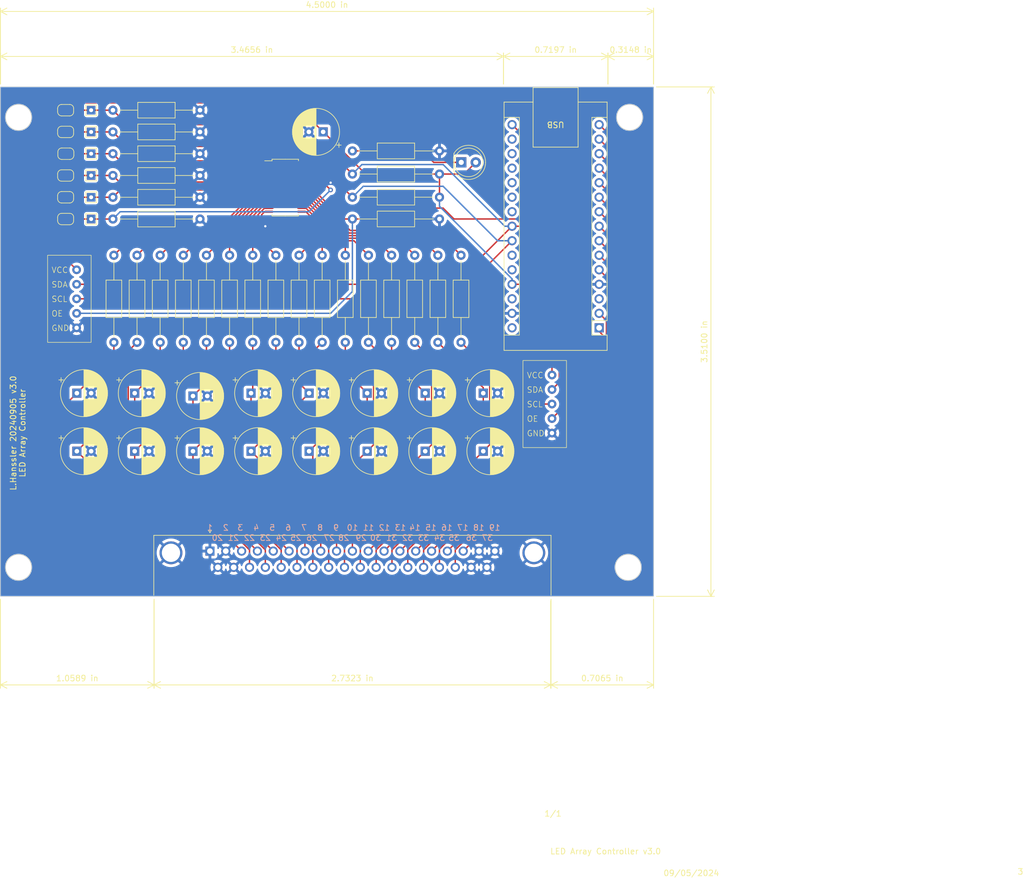
<source format=kicad_pcb>
(kicad_pcb (version 20221018) (generator pcbnew)
  (layers (0 "F.Cu" signal) (31 "B.Cu" signal) (34 "B.Paste" user) (35 "F.Paste" user) (36 "B.SilkS" user "B.Silkscreen") (37 "F.SilkS" user "F.Silkscreen") (38 "B.Mask" user) (39 "F.Mask" user) (44 "Edge.Cuts" user))
  (net 0 "")
  (net 1 "/P0")
  (net 2 "/P12")
  (net 4 "GND")
  (net 5 "/P6")
  (net 6 "/P7")
  (net 7 "/P8")
  (net 8 "/P9")
  (net 9 "/P10")
  (net 10 "/P11")
  (net 11 "/C0")
  (net 12 "/C1")
  (net 13 "/C2")
  (net 14 "/C3")
  (net 15 "/C4")
  (net 16 "/C5")
  (net 23 "/SDA")
  (net 24 "/SCL")
  (net 27 "VCC")
  (net 30 "/P1")
  (net 31 "/P2")
  (net 32 "/P3")
  (net 33 "/P4")
  (net 34 "/P5")
  (net 35 "/C6")
  (net 36 "/C7")
  (net 37 "/C8")
  (net 38 "/C9")
  (net 39 "/C10")
  (net 40 "/C11")
  (net 41 "/C12")
  (net 42 "/C13")
  (net 43 "/C14")
  (net 44 "/C15")
  (net 45 "Net-(U2-LED0)")
  (net 46 "Net-(U2-LED1)")
  (net 47 "Net-(U2-LED2)")
  (net 48 "Net-(U2-LED3)")
  (net 49 "Net-(U2-LED4)")
  (net 50 "Net-(U2-LED5)")
  (net 51 "Net-(U2-LED8)")
  (net 52 "Net-(U2-LED9)")
  (net 53 "Net-(LED1-K)")
  (net 54 "Net-(U2-LED10)")
  (net 55 "/A5")
  (net 56 "/A4")
  (net 57 "/A3")
  (net 58 "/A2")
  (net 59 "/A1")
  (net 60 "/A0")
  (net 61 "Net-(U2-LED11)")
  (net 62 "Net-(U2-LED12)")
  (net 63 "Net-(U2-LED13)")
  (net 64 "Net-(U2-LED14)")
  (net 65 "/OE")
  (net 66 "Net-(U2-LED15)")
  (net 67 "Net-(U2-LED6)")
  (net 68 "Net-(U2-LED7)")
  (footprint "Resistor_THT:R_Axial_DIN0207_L6.3mm_D2.5mm_P15.24mm_Horizontal" (layer "F.Cu") (at 167.358 85.09 -90)
    (fp_text reference "R14" hide)
    (fp_text value "1K")
  )
  (footprint "Capacitor_THT:CP_Radial_D8.0mm_P2.50mm" (layer "F.Cu") (at 154.98 119.38)
    (fp_text reference "C2_11" hide)
    (fp_text value "0.1uF")
  )
  (footprint "Capacitor_THT:CP_Radial_D8.0mm_P2.50mm" (layer "F.Cu") (at 104.18 119.38)
    (fp_text reference "C2_1" hide)
    (fp_text value "0.1uF")
  )
  (footprint "Nano-Driver:Board_Connector" (layer "F.Cu") (at 187.325 111.125)
    (fp_text reference "U_Out1" hide)
    (fp_text value "~" hide)
  )
  (footprint "Capacitor_THT:CP_Radial_D8.0mm_P2.50mm" (layer "F.Cu") (at 114.3 109.22)
    (fp_text reference "C2_2" hide)
    (fp_text value "0.1uF")
  )
  (footprint "Resistor_THT:R_Axial_DIN0207_L6.3mm_D2.5mm_P15.24mm_Horizontal" (layer "F.Cu") (at 163.308 85.09 -90)
    (fp_text reference "R13" hide)
    (fp_text value "1K")
  )
  (footprint "Resistor_THT:R_Axial_DIN0207_L6.3mm_D2.5mm_P15.24mm_Horizontal" (layer "F.Cu") (at 125.73 74.94 180)
    (fp_text reference "RG4" hide)
    (fp_text value "10K")
  )
  (footprint "Resistor_THT:R_Axial_DIN0207_L6.3mm_D2.5mm_P15.24mm_Horizontal" (layer "F.Cu") (at 126.858 85.09 -90)
    (fp_text reference "R4" hide)
    (fp_text value "1K")
  )
  (footprint "Resistor_THT:R_Axial_DIN0207_L6.3mm_D2.5mm_P15.24mm_Horizontal" (layer "F.Cu") (at 152.4 74.93)
    (fp_text reference "R2SCL1" hide)
    (fp_text value "10K")
  )
  (footprint "Resistor_THT:R_Axial_DIN0207_L6.3mm_D2.5mm_P15.24mm_Horizontal" (layer "F.Cu") (at 143.058 85.09 -90)
    (fp_text reference "R8" hide)
    (fp_text value "1K")
  )
  (footprint "Capacitor_THT:CP_Radial_D8.0mm_P2.50mm" (layer "F.Cu") (at 175.3 119.38)
    (fp_text reference "C2_15" hide)
    (fp_text value "0.1uF")
  )
  (footprint "Capacitor_THT:CP_Radial_D8.0mm_P2.50mm" (layer "F.Cu") (at 165.14 109.22)
    (fp_text reference "C2_12" hide)
    (fp_text value "0.1uF")
  )
  (footprint "Resistor_THT:R_Axial_DIN0207_L6.3mm_D2.5mm_P15.24mm_Horizontal" (layer "F.Cu") (at 110.658 85.09 -90)
    (fp_text reference "R0" hide)
    (fp_text value "1K")
  )
  (footprint "Capacitor_THT:CP_Radial_D8.0mm_P2.50mm" (layer "F.Cu") (at 165.14 119.38)
    (fp_text reference "C2_13" hide)
    (fp_text value "0.1uF")
  )
  (footprint "Module:Arduino_Nano" (layer "F.Cu") (at 195.58 97.79 180)
    (fp_text reference "A1" hide)
    (fp_text value "Arduino_Nano_Every")
  )
  (footprint "Resistor_THT:R_Axial_DIN0207_L6.3mm_D2.5mm_P15.24mm_Horizontal" (layer "F.Cu") (at 125.73 59.7 180)
    (fp_text reference "RG0" hide)
    (fp_text value "10K")
  )
  (footprint "Resistor_THT:R_Axial_DIN0207_L6.3mm_D2.5mm_P15.24mm_Horizontal" (layer "F.Cu") (at 159.258 85.09 -90)
    (fp_text reference "R12" hide)
    (fp_text value "1K")
  )
  (footprint "Resistor_THT:R_Axial_DIN0207_L6.3mm_D2.5mm_P15.24mm_Horizontal" (layer "F.Cu") (at 125.73 71.13 180)
    (fp_text reference "RG3" hide)
    (fp_text value "10K")
  )
  (footprint "Resistor_THT:R_Axial_DIN0207_L6.3mm_D2.5mm_P15.24mm_Horizontal" (layer "F.Cu") (at 122.808 85.09 -90)
    (fp_text reference "R3" hide)
    (fp_text value "1K")
  )
  (footprint "Capacitor_THT:CP_Radial_D8.0mm_P2.50mm" (layer "F.Cu") (at 147.28 63.5 180)
    (fp_text reference "C1" hide)
    (fp_text value "10uF")
  )
  (footprint "TestPoint:TestPoint_THTPad_1.5x1.5mm_Drill0.7mm" (layer "F.Cu") (at 106.68 67.32 -90)
    (fp_text reference "TP2" hide)
    (fp_text value "TestPoint" hide)
  )
  (footprint "Capacitor_THT:CP_Radial_D8.0mm_P2.50mm" (layer "F.Cu") (at 144.82 119.38)
    (fp_text reference "C2_9" hide)
    (fp_text value "0.1uF")
  )
  (footprint "Capacitor_THT:CP_Radial_D8.0mm_P2.50mm" (layer "F.Cu") (at 114.3 119.38)
    (fp_text reference "C2_3" hide)
    (fp_text value "0.1uF")
  )
  (footprint "Resistor_THT:R_Axial_DIN0207_L6.3mm_D2.5mm_P15.24mm_Horizontal" (layer "F.Cu") (at 134.958 85.09 -90)
    (fp_text reference "R6" hide)
    (fp_text value "1K")
  )
  (footprint "Jumper:SolderJumper-2_P1.3mm_Open_RoundedPad1.0x1.5mm" (layer "F.Cu") (at 102.22 63.51)
    (fp_text reference "SJ1" hide)
    (fp_text value "SolderJumper_2_Open" hide)
  )
  (footprint "Package_SO:TSSOP-28_4.4x9.7mm_P0.65mm" (layer "F.Cu") (at 140.6475 73.245)
    (fp_text reference "U2" hide)
    (fp_text value "PCA9685PW")
  )
  (footprint "Resistor_THT:R_Axial_DIN0207_L6.3mm_D2.5mm_P15.24mm_Horizontal" (layer "F.Cu") (at 118.758 85.09 -90)
    (fp_text reference "R2" hide)
    (fp_text value "1K")
  )
  (footprint "Jumper:SolderJumper-2_P1.3mm_Open_RoundedPad1.0x1.5mm" (layer "F.Cu") (at 102.22 59.7)
    (fp_text reference "SJ0" hide)
    (fp_text value "SolderJumper_2_Open" hide)
  )
  (footprint "Capacitor_THT:CP_Radial_D8.0mm_P2.50mm" (layer "F.Cu") (at 124.5 119.38)
    (fp_text reference "C2_5" hide)
    (fp_text value "0.1uF")
  )
  (footprint "TestPoint:TestPoint_THTPad_1.5x1.5mm_Drill0.7mm" (layer "F.Cu") (at 106.68 74.94 -90)
    (fp_text reference "TP4" hide)
    (fp_text value "TestPoint" hide)
  )
  (footprint "Capacitor_THT:CP_Radial_D8.0mm_P2.50mm" (layer "F.Cu") (at 124.5 109.72)
    (fp_text reference "C2_4" hide)
    (fp_text value "0.1uF")
  )
  (footprint "Capacitor_THT:CP_Radial_D8.0mm_P2.50mm" (layer "F.Cu") (at 154.98 109.22)
    (fp_text reference "C2_10" hide)
    (fp_text value "0.1uF")
  )
  (footprint "Resistor_THT:R_Axial_DIN0207_L6.3mm_D2.5mm_P15.24mm_Horizontal" (layer "F.Cu") (at 130.908 85.09 -90)
    (fp_text reference "R5" hide)
    (fp_text value "1K")
  )
  (footprint "Resistor_THT:R_Axial_DIN0207_L6.3mm_D2.5mm_P15.24mm_Horizontal" (layer "F.Cu") (at 125.73 67.32 180)
    (fp_text reference "RG2" hide)
    (fp_text value "10K")
  )
  (footprint "TestPoint:TestPoint_THTPad_1.5x1.5mm_Drill0.7mm" (layer "F.Cu") (at 106.68 71.13 -90)
    (fp_text reference "TP3" hide)
    (fp_text value "TestPoint" hide)
  )
  (footprint "Capacitor_THT:CP_Radial_D8.0mm_P2.50mm" (layer "F.Cu") (at 144.82 109.22)
    (fp_text reference "C2_8" hide)
    (fp_text value "0.1uF")
  )
  (footprint "Resistor_THT:R_Axial_DIN0207_L6.3mm_D2.5mm_P15.24mm_Horizontal" (layer "F.Cu") (at 125.73 78.75 180)
    (fp_text reference "RG5" hide)
    (fp_text value "10K")
  )
  (footprint "Resistor_THT:R_Axial_DIN0207_L6.3mm_D2.5mm_P15.24mm_Horizontal" (layer "F.Cu") (at 139.008 85.09 -90)
    (fp_text reference "R7" hide)
    (fp_text value "1K")
  )
  (footprint "Jumper:SolderJumper-2_P1.3mm_Open_RoundedPad1.0x1.5mm" (layer "F.Cu") (at 102.25 67.32)
    (fp_text reference "SJ2" hide)
    (fp_text value "SolderJumper_2_Open" hide)
  )
  (footprint "Connector_Dsub:DSUB-37_Male_Horizontal_P2.77x2.84mm_EdgePinOffset4.94mm_Housed_MountingHolesOffset7.48mm" (layer "F.Cu") (at 127.47 136.86)
    (fp_text reference "J1" hide)
    (fp_text value "DC37_Plug")
  )
  (footprint "Resistor_THT:R_Axial_DIN0207_L6.3mm_D2.5mm_P15.24mm_Horizontal" (layer "F.Cu") (at 114.708 85.09 -90)
    (fp_text reference "R1" hide)
    (fp_text value "1K")
  )
  (footprint "Resistor_THT:R_Axial_DIN0207_L6.3mm_D2.5mm_P15.24mm_Horizontal" (layer "F.Cu") (at 152.4 70.88)
    (fp_text reference "R2SDA1" hide)
    (fp_text value "10K")
  )
  (footprint "LED_THT:LED_D5.0mm" (layer "F.Cu") (at 171.445 68.834)
    (fp_text reference "LED1" hide)
    (fp_text value "LED")
  )
  (footprint "Capacitor_THT:CP_Radial_D8.0mm_P2.50mm" (layer "F.Cu") (at 104.18 109.22)
    (fp_text reference "C2_0" hide)
    (fp_text value "0.1uF")
  )
  (footprint "Resistor_THT:R_Axial_DIN0207_L6.3mm_D2.5mm_P15.24mm_Horizontal" (layer "F.Cu") (at 125.73 63.51 180)
    (fp_text reference "RG1" hide)
    (fp_text value "10K")
  )
  (footprint "Resistor_THT:R_Axial_DIN0207_L6.3mm_D2.5mm_P15.24mm_Horizontal" (layer "F.Cu") (at 152.4 66.83)
    (fp_text reference "RVCC1" hide)
    (fp_text value "470R")
  )
  (footprint "Jumper:SolderJumper-2_P1.3mm_Open_RoundedPad1.0x1.5mm" (layer "F.Cu") (at 102.22 71.13)
    (fp_text reference "SJ3" hide)
    (fp_text value "SolderJumper_2_Open" hide)
  )
  (footprint "Jumper:SolderJumper-2_P1.3mm_Open_RoundedPad1.0x1.5mm" (layer "F.Cu") (at 102.22 74.94)
    (fp_text reference "SJ4" hide)
    (fp_text value "SolderJumper_2_Open" hide)
  )
  (footprint "Resistor_THT:R_Axial_DIN0207_L6.3mm_D2.5mm_P15.24mm_Horizontal" (layer "F.Cu") (at 151.158 85.09 -90)
    (fp_text reference "R10" hide)
    (fp_text value "1K")
  )
  (footprint "TestPoint:TestPoint_THTPad_1.5x1.5mm_Drill0.7mm" (layer "F.Cu") (at 106.68 63.51 -90)
    (fp_text reference "TP1" hide)
    (fp_text value "TestPoint" hide)
  )
  (footprint "Capacitor_THT:CP_Radial_D8.0mm_P2.50mm" (layer "F.Cu") (at 134.66 119.38)
    (fp_text reference "C2_7" hide)
    (fp_text value "0.1uF")
  )
  (footprint "Capacitor_THT:CP_Radial_D8.0mm_P2.50mm" (layer "F.Cu") (at 175.3 109.22)
    (fp_text reference "C2_14" hide)
    (fp_text value "0.1uF")
  )
  (footprint "Nano-Driver:Board_Connector" (layer "F.Cu") (at 104.14 92.71)
    (fp_text reference "U_In1" hide)
    (fp_text value "~" hide)
  )
  (footprint "Capacitor_THT:CP_Radial_D8.0mm_P2.50mm" (layer "F.Cu") (at 134.66 109.22)
    (fp_text reference "C2_6" hide)
    (fp_text value "0.1uF")
  )
  (footprint "TestPoint:TestPoint_THTPad_1.5x1.5mm_Drill0.7mm" (layer "F.Cu") (at 106.68 59.7 -90)
    (fp_text reference "TP0" hide)
    (fp_text value "TestPoint" hide)
  )
  (footprint "Resistor_THT:R_Axial_DIN0207_L6.3mm_D2.5mm_P15.24mm_Horizontal" (layer "F.Cu") (at 171.408 85.09 -90)
    (fp_text reference "R15" hide)
    (fp_text value "1K")
  )
  (footprint "Resistor_THT:R_Axial_DIN0207_L6.3mm_D2.5mm_P15.24mm_Horizontal" (layer "F.Cu") (at 155.208 85.09 -90)
    (fp_text reference "R11" hide)
    (fp_text value "1K")
  )
  (footprint "Jumper:SolderJumper-2_P1.3mm_Open_RoundedPad1.0x1.5mm" (layer "F.Cu") (at 102.22 78.75)
    (fp_text reference "SJ5" hide)
    (fp_text value "SolderJumper_2_Open" hide)
  )
  (footprint "Resistor_THT:R_Axial_DIN0207_L6.3mm_D2.5mm_P15.24mm_Horizontal" (layer "F.Cu") (at 147.108 85.09 -90)
    (fp_text reference "R9" hide)
    (fp_text value "1K")
  )
  (footprint "TestPoint:TestPoint_THTPad_1.5x1.5mm_Drill0.7mm" (layer "F.Cu") (at 106.68 78.75 -90)
    (fp_text reference "TP5" hide)
    (fp_text value "TestPoint" hide)
  )
  (footprint "Resistor_THT:R_Axial_DIN0207_L6.3mm_D2.5mm_P15.24mm_Horizontal" (layer "F.Cu") (at 152.4 78.74)
    (fp_text reference "ROE1" hide)
    (fp_text value "10K")
  )
  (gr_circle (center 200.914 60.96) (end 203.2 60.96) (stroke (width 0.15)) (fill none) (layer "Edge.Cuts"))
  (gr_circle (center 93.98 60.96) (end 96.266 60.96) (stroke (width 0.15)) (fill none) (layer "Edge.Cuts"))
  (gr_circle (center 93.98 139.7) (end 96.266 139.7) (stroke (width 0.15)) (fill none) (layer "Edge.Cuts"))
  (gr_rect (start 90.805 55.626) (end 205.105 144.78) (stroke (width 0.1)) (fill none) (layer "Edge.Cuts"))
  (gr_circle (center 200.66 139.7) (end 202.946 139.7) (stroke (width 0.15)) (fill none) (layer "Edge.Cuts"))
  (gr_text "33" (at 164.846 135.128) (layer "B.SilkS") (effects (font (size 1 1)) (justify bottom mirror)))
  (gr_text "10" (at 152.4 133.35) (layer "B.SilkS") (effects (font (size 1 1)) (justify bottom mirror)))
  (gr_text "8" (at 147.32 133.35) (layer "B.SilkS") (effects (font (size 1 1)) (justify left bottom mirror)))
  (gr_text "14" (at 163.322 133.35) (layer "B.SilkS") (effects (font (size 1 1)) (justify bottom mirror)))
  (gr_text "6" (at 141.732 133.35) (layer "B.SilkS") (effects (font (size 1 1)) (justify left bottom mirror)))
  (gr_text "9" (at 150.114 133.35) (layer "B.SilkS") (effects (font (size 1 1)) (justify left bottom mirror)))
  (gr_text "23" (at 137.16 135.128) (layer "B.SilkS") (effects (font (size 1 1)) (justify bottom mirror)))
  (gr_text "18" (at 174.498 133.35) (layer "B.SilkS") (effects (font (size 1 1)) (justify bottom mirror)))
  (gr_text "15" (at 166.116 133.35) (layer "B.SilkS") (effects (font (size 1 1)) (justify bottom mirror)))
  (gr_text "25" (at 142.494 135.128) (layer "B.SilkS") (effects (font (size 1 1)) (justify bottom mirror)))
  (gr_text "34" (at 167.64 135.128) (layer "B.SilkS") (effects (font (size 1 1)) (justify bottom mirror)))
  (gr_text "1" (at 128.016 133.35) (layer "B.SilkS") (effects (font (size 1 1)) (justify left bottom mirror)))
  (gr_text "21" (at 131.572 135.128) (layer "B.SilkS") (effects (font (size 1 1)) (justify bottom mirror)))
  (gr_text "3" (at 133.35 133.35) (layer "B.SilkS") (effects (font (size 1 1)) (justify left bottom mirror)))
  (gr_text "12" (at 157.988 133.35) (layer "B.SilkS") (effects (font (size 1 1)) (justify bottom mirror)))
  (gr_text "13" (at 160.782 133.35) (layer "B.SilkS") (effects (font (size 1 1)) (justify bottom mirror)))
  (gr_text "24" (at 139.954 135.128) (layer "B.SilkS") (effects (font (size 1 1)) (justify bottom mirror)))
  (gr_text "28" (at 150.876 135.128) (layer "B.SilkS") (effects (font (size 1 1)) (justify bottom mirror)))
  (gr_text "2" (at 130.81 133.35) (layer "B.SilkS") (effects (font (size 1 1)) (justify left bottom mirror)))
  (gr_text "5" (at 138.938 133.35) (layer "B.SilkS") (effects (font (size 1 1)) (justify left bottom mirror)))
  (gr_text "32" (at 162.052 135.128) (layer "B.SilkS") (effects (font (size 1 1)) (justify bottom mirror)))
  (gr_text "17" (at 171.704 133.35) (layer "B.SilkS") (effects (font (size 1 1)) (justify bottom mirror)))
  (gr_text "29" (at 153.924 135.128) (layer "B.SilkS") (effects (font (size 1 1)) (justify bottom mirror)))
  (gr_text "37" (at 176.022 135.128) (layer "B.SilkS") (effects (font (size 1 1)) (justify bottom mirror)))
  (gr_text "26" (at 145.288 135.128) (layer "B.SilkS") (effects (font (size 1 1)) (justify bottom mirror)))
  (gr_text "30" (at 156.464 135.128) (layer "B.SilkS") (effects (font (size 1 1)) (justify bottom mirror)))
  (gr_text "36" (at 173.228 135.128) (layer "B.SilkS") (effects (font (size 1 1)) (justify bottom mirror)))
  (gr_text "4" (at 136.144 133.35) (layer "B.SilkS") (effects (font (size 1 1)) (justify left bottom mirror)))
  (gr_text "27" (at 148.336 135.128) (layer "B.SilkS") (effects (font (size 1 1)) (justify bottom mirror)))
  (gr_text "31" (at 159.258 135.128) (layer "B.SilkS") (effects (font (size 1 1)) (justify bottom mirror)))
  (gr_text "19" (at 177.292 133.35) (layer "B.SilkS") (effects (font (size 1 1)) (justify bottom mirror)))
  (gr_text "7" (at 144.526 133.35) (layer "B.SilkS") (effects (font (size 1 1)) (justify left bottom mirror)))
  (gr_text "16" (at 168.91 133.35) (layer "B.SilkS") (effects (font (size 1 1)) (justify bottom mirror)))
  (gr_text "22" (at 134.366 135.128) (layer "B.SilkS") (effects (font (size 1 1)) (justify bottom mirror)))
  (gr_text "35" (at 170.18 135.128) (layer "B.SilkS") (effects (font (size 1 1)) (justify bottom mirror)))
  (gr_text "20" (at 128.778 135.128) (layer "B.SilkS") (effects (font (size 1 1)) (justify bottom mirror)))
  (gr_text "11" (at 155.194 133.35) (layer "B.SilkS") (effects (font (size 1 1)) (justify bottom mirror)))
  (gr_text "09/05/2024" (at 206.756 193.802) (layer "F.SilkS") (effects (font (size 1 1)) (justify left bottom)))
  (gr_text "1/1" (at 185.928 183.388) (layer "F.SilkS") (effects (font (size 1 1)) (justify left bottom)))
  (gr_text "LED Array Controller v3.0" (at 186.944 189.992) (layer "F.SilkS") (effects (font (size 1 1)) (justify left bottom)))
  (gr_text "L.Hanssler 20240905 v3.0\nLED Array Controller\n" (at 95.25 116.205 90) (layer "F.SilkS") (effects (font (size 1 1)) (justify bottom)))
  (gr_text "3" (at 268.732 193.548) (layer "F.SilkS") (effects (font (size 1 1)) (justify left bottom)))
  (dimension (type aligned) (layer "F.SilkS") (pts (xy 205.105 144.78) (xy 205.105 55.626)) (height 10.033) (gr_text "3.5100 in" (at 213.988 100.203 90) (layer "F.SilkS") (effects (font (size 1 1) (thickness 0.15)))) (format (prefix "") (suffix "") (units 0) (units_format 1) (precision 4)) (style (thickness 0.15) (arrow_length 1.27) (text_position_mode 0) (extension_height 0.58642) (extension_offset 0.5) keep_text_aligned))
  (dimension (type aligned) (layer "F.SilkS") (pts (xy 90.805 55.626) (xy 205.105 55.626)) (height -13.208) (gr_text "4.5000 in" (at 147.955 41.268) (layer "F.SilkS") (effects (font (size 1 1) (thickness 0.15)))) (format (prefix "") (suffix "") (units 0) (units_format 1) (precision 4)) (style (thickness 0.15) (arrow_length 1.27) (text_position_mode 0) (extension_height 0.58642) (extension_offset 0.5) keep_text_aligned))
  (dimension (type aligned) (layer "F.SilkS") (pts (xy 178.83 55.63) (xy 90.805 55.63)) (height 5.337999) (gr_text "3.4656 in" (at 134.8175 49.142001) (layer "F.SilkS") (effects (font (size 1 1) (thickness 0.15)))) (format (prefix "") (suffix "") (units 0) (units_format 1) (precision 4)) (style (thickness 0.15) (arrow_length 1.27) (text_position_mode 0) (extension_height 0.58642) (extension_offset 0.5) keep_text_aligned))
  (dimension (type aligned) (layer "F.SilkS") (pts (xy 90.805 144.78) (xy 117.7 144.78)) (height 15.494) (gr_text "1.0589 in" (at 104.2525 159.124) (layer "F.SilkS") (effects (font (size 1 1) (thickness 0.15)))) (format (prefix "") (suffix "") (units 0) (units_format 1) (precision 4)) (style (thickness 0.15) (arrow_length 1.27) (text_position_mode 0) (extension_height 0.58642) (extension_offset 0.5) keep_text_aligned))
  (dimension (type aligned) (layer "F.SilkS") (pts (xy 205.105 144.78) (xy 187.16 144.78)) (height -15.494) (gr_text "0.7065 in" (at 196.1325 159.124) (layer "F.SilkS") (effects (font (size 1 1) (thickness 0.15)))) (format (prefix "") (suffix "") (units 0) (units_format 1) (precision 4)) (style (thickness 0.15) (arrow_length 1.27) (text_position_mode 0) (extension_height 0.58642) (extension_offset 0.5) keep_text_aligned))
  (dimension (type aligned) (layer "F.SilkS") (pts (xy 187.1 145.04) (xy 117.7 145.04)) (height -15.234) (gr_text "2.7323 in" (at 152.4 159.124) (layer "F.SilkS") (effects (font (size 1 1) (thickness 0.15)))) (format (prefix "") (suffix "") (units 0) (units_format 1) (precision 4)) (style (thickness 0.15) (arrow_length 1.27) (text_position_mode 0) (extension_height 0.58642) (extension_offset 0.5) keep_text_aligned))
  (dimension (type aligned) (layer "F.SilkS") (pts (xy 197.11 55.626) (xy 178.83 55.626)) (height 5.333999) (gr_text "0.7197 in" (at 187.97 49.142001) (layer "F.SilkS") (effects (font (size 1 1) (thickness 0.15)))) (format (prefix "") (suffix "") (units 0) (units_format 1) (precision 4)) (style (thickness 0.15) (arrow_length 1.27) (text_position_mode 0) (extension_height 0.58642) (extension_offset 0.5) keep_text_aligned))
  (dimension (type aligned) (layer "F.SilkS") (pts (xy 205.105 55.626) (xy 197.11 55.626)) (height 5.333999) (gr_text "0.3148 in" (at 201.1075 49.142001) (layer "F.SilkS") (effects (font (size 1 1) (thickness 0.15)))) (format (prefix "") (suffix "") (units 0) (units_format 1) (precision 4)) (style (thickness 0.15) (arrow_length 1.27) (text_position_mode 0) (extension_height 0.58642) (extension_offset 0.5) keep_text_aligned))
  (segment (start 166.75 125.28) (end 155.17 136.86) (width 0.25) (layer "F.Cu") (net 1))
  (segment (start 196.215 113.295855) (end 184.230855 125.28) (width 0.25) (layer "F.Cu") (net 1))
  (segment (start 195.58 97.79) (end 195.58 98.425) (width 0.25) (layer "F.Cu") (net 1))
  (segment (start 184.230855 125.28) (end 166.75 125.28) (width 0.25) (layer "F.Cu") (net 1))
  (segment (start 195.58 98.425) (end 196.215 99.06) (width 0.25) (layer "F.Cu") (net 1))
  (segment (start 196.215 99.06) (end 196.215 113.295855) (width 0.25) (layer "F.Cu") (net 1))
  (segment (start 195.58 62.23) (end 203.835 70.485) (width 0.25) (layer "F.Cu") (net 2))
  (segment (start 203.835 113.312607) (end 186.467607 130.68) (width 0.25) (layer "F.Cu") (net 2))
  (segment (start 171.79 136.86) (end 177.97 130.68) (width 0.25) (layer "F.Cu") (net 2))
  (segment (start 203.835 70.485) (end 203.835 113.312607) (width 0.25) (layer "F.Cu") (net 2))
  (segment (start 177.97 130.68) (end 186.467607 130.68) (width 0.25) (layer "F.Cu") (net 2))
  (segment (start 136.525 77.978897) (end 136.525 79.375) (width 0.25) (layer "F.Cu") (net 4))
  (segment (start 147.17 70.97) (end 148.59 72.39) (width 0.25) (layer "F.Cu") (net 4))
  (segment (start 137.033897 77.47) (end 136.525 77.978897) (width 0.25) (layer "F.Cu") (net 4))
  (segment (start 137.785 77.47) (end 137.033897 77.47) (width 0.25) (layer "F.Cu") (net 4))
  (segment (start 136.525 79.375) (end 137.16 80.01) (width 0.25) (layer "F.Cu") (net 4))
  (segment (start 143.51 70.97) (end 147.17 70.97) (width 0.25) (layer "F.Cu") (net 4))
  (via (at 148.59 72.39) (size 0.8) (drill 0.4) (layers "F.Cu" "B.Cu") (net 4))
  (via (at 137.16 80.01) (size 0.8) (drill 0.4) (layers "F.Cu" "B.Cu") (net 4))
  (segment (start 200.025 81.915) (end 200.025 113.304231) (width 0.25) (layer "F.Cu") (net 5))
  (segment (start 200.025 113.304231) (end 185.557116 127.772116) (width 0.25) (layer "F.Cu") (net 5))
  (segment (start 185.557116 127.772116) (end 185.349231 127.98) (width 0.25) (layer "F.Cu") (net 5))
  (segment (start 195.58 77.47) (end 200.025 81.915) (width 0.25) (layer "F.Cu") (net 5))
  (segment (start 163.48 136.86) (end 172.36 127.98) (width 0.25) (layer "F.Cu") (net 5))
  (segment (start 172.36 127.98) (end 185.349232 127.98) (width 0.25) (layer "F.Cu") (net 5))
  (segment (start 185.349232 127.98) (end 185.557116 127.772116) (width 0.25) (layer "F.Cu") (net 5))
  (segment (start 185.557814 128.407814) (end 200.66 113.305627) (width 0.25) (layer "F.Cu") (net 6))
  (segment (start 185.535627 128.43) (end 185.557814 128.407814) (width 0.25) (layer "F.Cu") (net 6))
  (segment (start 173.089009 128.43) (end 164.865 136.654009) (width 0.25) (layer "F.Cu") (net 6))
  (segment (start 164.865 136.654009) (end 164.865 139.7) (width 0.25) (layer "F.Cu") (net 6))
  (segment (start 200.66 113.305627) (end 200.66 80.01) (width 0.25) (layer "F.Cu") (net 6))
  (segment (start 185.535628 128.43) (end 173.089009 128.43) (width 0.25) (layer "F.Cu") (net 6))
  (segment (start 200.66 80.01) (end 195.58 74.93) (width 0.25) (layer "F.Cu") (net 6))
  (segment (start 185.557814 128.407814) (end 185.535628 128.43) (width 0.25) (layer "F.Cu") (net 6))
  (segment (start 201.295 78.105) (end 201.295 113.307023) (width 0.25) (layer "F.Cu") (net 7))
  (segment (start 201.295 113.307023) (end 185.722023 128.88) (width 0.25) (layer "F.Cu") (net 7))
  (segment (start 166.25 136.86) (end 174.23 128.88) (width 0.25) (layer "F.Cu") (net 7))
  (segment (start 174.23 128.88) (end 185.722023 128.88) (width 0.25) (layer "F.Cu") (net 7))
  (segment (start 195.58 72.39) (end 201.295 78.105) (width 0.25) (layer "F.Cu") (net 7))
  (segment (start 201.93 76.2) (end 195.58 69.85) (width 0.25) (layer "F.Cu") (net 8))
  (segment (start 174.835 129.33) (end 185.908419 129.33) (width 0.25) (layer "F.Cu") (net 8))
  (segment (start 167.635 136.53) (end 174.835 129.33) (width 0.25) (layer "F.Cu") (net 8))
  (segment (start 201.93 113.308419) (end 201.93 76.2) (width 0.25) (layer "F.Cu") (net 8))
  (segment (start 167.635 139.7) (end 167.635 136.53) (width 0.25) (layer "F.Cu") (net 8))
  (segment (start 185.908419 129.33) (end 201.93 113.308419) (width 0.25) (layer "F.Cu") (net 8))
  (segment (start 176.1 129.78) (end 186.094816 129.78) (width 0.25) (layer "F.Cu") (net 9))
  (segment (start 169.02 136.86) (end 176.1 129.78) (width 0.25) (layer "F.Cu") (net 9))
  (segment (start 195.58 67.31) (end 202.565 74.295) (width 0.25) (layer "F.Cu") (net 9))
  (segment (start 186.194908 129.679908) (end 186.094815 129.78) (width 0.25) (layer "F.Cu") (net 9))
  (segment (start 186.094816 129.78) (end 186.194908 129.679908) (width 0.25) (layer "F.Cu") (net 9))
  (segment (start 202.565 113.309815) (end 186.194908 129.679908) (width 0.25) (layer "F.Cu") (net 9))
  (segment (start 202.565 74.295) (end 202.565 113.309815) (width 0.25) (layer "F.Cu") (net 9))
  (segment (start 186.281211 130.23) (end 203.2 113.311211) (width 0.25) (layer "F.Cu") (net 10))
  (segment (start 170.405 139.7) (end 170.405 136.654009) (width 0.25) (layer "F.Cu") (net 10))
  (segment (start 170.405 136.654009) (end 176.829009 130.23) (width 0.25) (layer "F.Cu") (net 10))
  (segment (start 176.829009 130.23) (end 186.281212 130.23) (width 0.25) (layer "F.Cu") (net 10))
  (segment (start 203.2 113.311211) (end 203.2 72.39) (width 0.25) (layer "F.Cu") (net 10))
  (segment (start 203.2 72.39) (end 195.58 64.77) (width 0.25) (layer "F.Cu") (net 10))
  (segment (start 101.6 120.65) (end 114.3 133.35) (width 0.25) (layer "F.Cu") (net 11))
  (segment (start 110.658 102.742) (end 104.18 109.22) (width 0.25) (layer "F.Cu") (net 11))
  (segment (start 110.658 100.33) (end 110.658 102.742) (width 0.25) (layer "F.Cu") (net 11))
  (segment (start 101.6 111.8) (end 101.6 120.65) (width 0.25) (layer "F.Cu") (net 11))
  (segment (start 129.5 133.35) (end 133.01 136.86) (width 0.25) (layer "F.Cu") (net 11))
  (segment (start 114.3 133.35) (end 129.5 133.35) (width 0.25) (layer "F.Cu") (net 11))
  (segment (start 104.18 109.22) (end 101.6 111.8) (width 0.25) (layer "F.Cu") (net 11))
  (segment (start 117.7 132.9) (end 130.640991 132.9) (width 0.25) (layer "F.Cu") (net 12))
  (segment (start 113.175 110.385) (end 104.18 119.38) (width 0.25) (layer "F.Cu") (net 12))
  (segment (start 134.395 136.654009) (end 134.395 139.7) (width 0.25) (layer "F.Cu") (net 12))
  (segment (start 130.640991 132.9) (end 134.395 136.654009) (width 0.25) (layer "F.Cu") (net 12))
  (segment (start 113.175 101.863) (end 113.175 110.385) (width 0.25) (layer "F.Cu") (net 12))
  (segment (start 104.18 119.38) (end 117.7 132.9) (width 0.25) (layer "F.Cu") (net 12))
  (segment (start 114.708 100.33) (end 113.175 101.863) (width 0.25) (layer "F.Cu") (net 12))
  (segment (start 118.758 104.762) (end 114.3 109.22) (width 0.25) (layer "F.Cu") (net 13))
  (segment (start 114.3 116.84) (end 111.76 119.38) (width 0.25) (layer "F.Cu") (net 13))
  (segment (start 111.76 119.38) (end 111.76 124.46) (width 0.25) (layer "F.Cu") (net 13))
  (segment (start 131.37 132.45) (end 135.78 136.86) (width 0.25) (layer "F.Cu") (net 13))
  (segment (start 118.758 100.33) (end 118.758 104.762) (width 0.25) (layer "F.Cu") (net 13))
  (segment (start 119.75 132.45) (end 131.37 132.45) (width 0.25) (layer "F.Cu") (net 13))
  (segment (start 111.76 124.46) (end 119.75 132.45) (width 0.25) (layer "F.Cu") (net 13))
  (segment (start 114.3 109.22) (end 114.3 116.84) (width 0.25) (layer "F.Cu") (net 13))
  (segment (start 114.3 124.38) (end 121.92 132) (width 0.25) (layer "F.Cu") (net 14))
  (segment (start 137.165 136.654009) (end 137.165 139.7) (width 0.25) (layer "F.Cu") (net 14))
  (segment (start 114.3 119.38) (end 114.3 124.38) (width 0.25) (layer "F.Cu") (net 14))
  (segment (start 122.808 100.33) (end 122.808 110.872) (width 0.25) (layer "F.Cu") (net 14))
  (segment (start 121.92 132) (end 132.510991 132) (width 0.25) (layer "F.Cu") (net 14))
  (segment (start 122.808 110.872) (end 114.3 119.38) (width 0.25) (layer "F.Cu") (net 14))
  (segment (start 132.510991 132) (end 137.165 136.654009) (width 0.25) (layer "F.Cu") (net 14))
  (segment (start 126.858 107.362) (end 124.5 109.72) (width 0.25) (layer "F.Cu") (net 15))
  (segment (start 124.5 109.72) (end 124.5 116.8) (width 0.25) (layer "F.Cu") (net 15))
  (segment (start 133.24 131.55) (end 138.55 136.86) (width 0.25) (layer "F.Cu") (net 15))
  (segment (start 126.858 100.33) (end 126.858 107.362) (width 0.25) (layer "F.Cu") (net 15))
  (segment (start 123.93 131.55) (end 133.24 131.55) (width 0.25) (layer "F.Cu") (net 15))
  (segment (start 124.5 116.8) (end 121.92 119.38) (width 0.25) (layer "F.Cu") (net 15))
  (segment (start 121.92 129.54) (end 123.93 131.55) (width 0.25) (layer "F.Cu") (net 15))
  (segment (start 121.92 119.38) (end 121.92 129.54) (width 0.25) (layer "F.Cu") (net 15))
  (segment (start 127.29 131.1) (end 134.380991 131.1) (width 0.25) (layer "F.Cu") (net 16))
  (segment (start 130.908 112.972) (end 124.5 119.38) (width 0.25) (layer "F.Cu") (net 16))
  (segment (start 139.935 136.654009) (end 139.935 139.7) (width 0.25) (layer "F.Cu") (net 16))
  (segment (start 124.5 119.38) (end 124.5 128.31) (width 0.25) (layer "F.Cu") (net 16))
  (segment (start 134.380991 131.1) (end 139.935 136.654009) (width 0.25) (layer "F.Cu") (net 16))
  (segment (start 124.5 128.31) (end 127.29 131.1) (width 0.25) (layer "F.Cu") (net 16))
  (segment (start 130.908 100.33) (end 130.908 112.972) (width 0.25) (layer "F.Cu") (net 16))
  (segment (start 182.245 80.01) (end 188.595 86.36) (width 0.25) (layer "F.Cu") (net 23))
  (segment (start 180.34 80.01) (end 170.18 90.17) (width 0.25) (layer "F.Cu") (net 23))
  (segment (start 188.595 86.36) (end 188.595 107.315) (width 0.25) (layer "F.Cu") (net 23))
  (segment (start 170.18 90.17) (end 104.14 90.17) (width 0.25) (layer "F.Cu") (net 23))
  (segment (start 143.51 69.67) (end 151.19 69.67) (width 0.25) (layer "F.Cu") (net 23))
  (segment (start 180.34 80.01) (end 182.245 80.01) (width 0.25) (layer "F.Cu") (net 23))
  (segment (start 151.19 69.67) (end 152.4 70.88) (width 0.25) (layer "F.Cu") (net 23))
  (segment (start 188.595 107.315) (end 187.325 108.585) (width 0.25) (layer "F.Cu") (net 23))
  (segment (start 154.065 69.215) (end 168.275 69.215) (width 0.25) (layer "B.Cu") (net 23))
  (segment (start 168.275 69.215) (end 179.07 80.01) (width 0.25) (layer "B.Cu") (net 23))
  (segment (start 179.07 80.01) (end 180.34 80.01) (width 0.25) (layer "B.Cu") (net 23))
  (segment (start 152.4 70.88) (end 154.065 69.215) (width 0.25) (layer "B.Cu") (net 23))
  (segment (start 147.79 70.32) (end 152.4 74.93) (width 0.25) (layer "F.Cu") (net 24))
  (segment (start 170.18 92.71) (end 173.355 92.71) (width 0.25) (layer "F.Cu") (net 24))
  (segment (start 143.51 70.32) (end 147.79 70.32) (width 0.25) (layer "F.Cu") (net 24))
  (segment (start 177.8 97.155) (end 177.8 102.87) (width 0.25) (layer "F.Cu") (net 24))
  (segment (start 170.18 92.71) (end 180.34 82.55) (width 0.25) (layer "F.Cu") (net 24))
  (segment (start 186.055 111.125) (end 187.325 111.125) (width 0.25) (layer "F.Cu") (net 24))
  (segment (start 104.14 92.71) (end 170.18 92.71) (width 0.25) (layer "F.Cu") (net 24))
  (segment (start 173.355 92.71) (end 177.8 97.155) (width 0.25) (layer "F.Cu") (net 24))
  (segment (start 177.8 102.87) (end 186.055 111.125) (width 0.25) (layer "F.Cu") (net 24))
  (segment (start 154.305 73.025) (end 152.4 74.93) (width 0.25) (layer "B.Cu") (net 24))
  (segment (start 168.275 73.025) (end 154.305 73.025) (width 0.25) (layer "B.Cu") (net 24))
  (segment (start 168.275 73.025) (end 177.8 82.55) (width 0.25) (layer "B.Cu") (net 24))
  (segment (start 180.34 82.55) (end 177.8 82.55) (width 0.25) (layer "B.Cu") (net 24))
  (segment (start 180.34 90.17) (end 182.245 90.17) (width 0.25) (layer "F.Cu") (net 27))
  (segment (start 101.57 59.7) (end 101.57 58.95) (width 0.25) (layer "F.Cu") (net 27))
  (segment (start 187.325 95.25) (end 187.325 106.045) (width 0.25) (layer "F.Cu") (net 27))
  (segment (start 101.57 74.94) (end 101.57 71.13) (width 0.25) (layer "F.Cu") (net 27))
  (segment (start 167.64 70.88) (end 154.7 70.88) (width 0.25) (layer "F.Cu") (net 27))
  (segment (start 101.57 67.29) (end 101.6 67.32) (width 0.25) (layer "F.Cu") (net 27))
  (segment (start 101.6 63.54) (end 101.57 63.51) (width 0.25) (layer "F.Cu") (net 27))
  (segment (start 142.2 58.42) (end 147.28 63.5) (width 0.25) (layer "F.Cu") (net 27))
  (segment (start 101.57 71.13) (end 101.57 67.35) (width 0.25) (layer "F.Cu") (net 27))
  (segment (start 152.84 69.02) (end 143.51 69.02) (width 0.25) (layer "F.Cu") (net 27))
  (segment (start 102.1 58.42) (end 142.2 58.42) (width 0.25) (layer "F.Cu") (net 27))
  (segment (start 147.32 63.5) (end 152.84 69.02) (width 0.25) (layer "F.Cu") (net 27))
  (segment (start 101.57 58.95) (end 102.1 58.42) (width 0.25) (layer "F.Cu") (net 27))
  (segment (start 147.28 63.5) (end 147.32 63.5) (width 0.25) (layer "F.Cu") (net 27))
  (segment (start 182.245 90.17) (end 187.325 95.25) (width 0.25) (layer "F.Cu") (net 27))
  (segment (start 171.939 70.88) (end 173.985 68.834) (width 0.25) (layer "F.Cu") (net 27))
  (segment (start 101.57 67.35) (end 101.6 67.32) (width 0.25) (layer "F.Cu") (net 27))
  (segment (start 101.6 67.32) (end 101.6 63.54) (width 0.25) (layer "F.Cu") (net 27))
  (segment (start 101.57 78.75) (end 101.57 74.94) (width 0.25) (layer "F.Cu") (net 27))
  (segment (start 167.64 70.88) (end 167.64 74.93) (width 0.25) (layer "F.Cu") (net 27))
  (segment (start 101.57 63.51) (end 101.57 59.7) (width 0.25) (layer "F.Cu") (net 27))
  (segment (start 154.7 70.88) (end 152.84 69.02) (width 0.25) (layer "F.Cu") (net 27))
  (segment (start 101.57 78.75) (end 101.57 85.06) (width 0.25) (layer "F.Cu") (net 27))
  (segment (start 101.57 85.06) (end 104.14 87.63) (width 0.25) (layer "F.Cu") (net 27))
  (segment (start 101.6 71.1) (end 101.57 71.13) (width 0.25) (layer "F.Cu") (net 27))
  (segment (start 167.64 70.88) (end 171.939 70.88) (width 0.25) (layer "F.Cu") (net 27))
  (segment (start 167.64 74.93) (end 167.64 76.520991) (width 0.25) (layer "B.Cu") (net 27))
  (segment (start 167.64 76.520991) (end 180.34 89.220991) (width 0.25) (layer "B.Cu") (net 27))
  (segment (start 180.34 89.220991) (end 180.34 90.17) (width 0.25) (layer "B.Cu") (net 27))
  (segment (start 167.479009 125.73) (end 184.417251 125.73) (width 0.25) (layer "F.Cu") (net 30))
  (segment (start 184.417251 125.73) (end 196.85 113.297251) (width 0.25) (layer "F.Cu") (net 30))
  (segment (start 196.85 113.297251) (end 196.85 96.52) (width 0.25) (layer "F.Cu") (net 30))
  (segment (start 156.555 139.7) (end 156.555 136.654009) (width 0.25) (layer "F.Cu") (net 30))
  (segment (start 156.555 136.654009) (end 167.479009 125.73) (width 0.25) (layer "F.Cu") (net 30))
  (segment (start 196.85 96.52) (end 195.58 95.25) (width 0.25) (layer "F.Cu") (net 30))
  (segment (start 197.485 113.298647) (end 184.603647 126.18) (width 0.25) (layer "F.Cu") (net 31))
  (segment (start 195.58 87.63) (end 197.485 89.535) (width 0.25) (layer "F.Cu") (net 31))
  (segment (start 197.485 89.535) (end 197.485 113.298647) (width 0.25) (layer "F.Cu") (net 31))
  (segment (start 184.603647 126.18) (end 168.62 126.18) (width 0.25) (layer "F.Cu") (net 31))
  (segment (start 168.62 126.18) (end 157.94 136.86) (width 0.25) (layer "F.Cu") (net 31))
  (segment (start 159.325 139.7) (end 159.325 136.654009) (width 0.25) (layer "F.Cu") (net 32))
  (segment (start 184.790043 126.63) (end 198.12 113.300043) (width 0.25) (layer "F.Cu") (net 32))
  (segment (start 169.349009 126.63) (end 184.790043 126.63) (width 0.25) (layer "F.Cu") (net 32))
  (segment (start 198.12 113.300043) (end 198.12 87.63) (width 0.25) (layer "F.Cu") (net 32))
  (segment (start 159.325 136.654009) (end 169.349009 126.63) (width 0.25) (layer "F.Cu") (net 32))
  (segment (start 198.12 87.63) (end 195.58 85.09) (width 0.25) (layer "F.Cu") (net 32))
  (segment (start 160.71 136.86) (end 170.49 127.08) (width 0.25) (layer "F.Cu") (net 33))
  (segment (start 198.755 85.725) (end 195.58 82.55) (width 0.25) (layer "F.Cu") (net 33))
  (segment (start 198.755 113.301439) (end 198.755 85.725) (width 0.25) (layer "F.Cu") (net 33))
  (segment (start 170.49 127.08) (end 184.976439 127.08) (width 0.25) (layer "F.Cu") (net 33))
  (segment (start 184.976439 127.08) (end 198.755 113.301439) (width 0.25) (layer "F.Cu") (net 33))
  (segment (start 185.162835 127.53) (end 199.39 113.302835) (width 0.25) (layer "F.Cu") (net 34))
  (segment (start 162.095 136.654009) (end 171.219009 127.53) (width 0.25) (layer "F.Cu") (net 34))
  (segment (start 199.39 113.302835) (end 199.39 83.82) (width 0.25) (layer "F.Cu") (net 34))
  (segment (start 199.39 83.82) (end 195.58 80.01) (width 0.25) (layer "F.Cu") (net 34))
  (segment (start 171.219009 127.53) (end 185.162835 127.53) (width 0.25) (layer "F.Cu") (net 34))
  (segment (start 162.095 139.7) (end 162.095 136.654009) (width 0.25) (layer "F.Cu") (net 34))
  (segment (start 134.958 108.922) (end 134.66 109.22) (width 0.25) (layer "F.Cu") (net 35))
  (segment (start 132.08 127.62) (end 141.32 136.86) (width 0.25) (layer "F.Cu") (net 35))
  (segment (start 134.66 109.22) (end 134.66 116.8) (width 0.25) (layer "F.Cu") (net 35))
  (segment (start 132.08 119.38) (end 132.08 127.62) (width 0.25) (layer "F.Cu") (net 35))
  (segment (start 134.958 100.33) (end 134.958 108.922) (width 0.25) (layer "F.Cu") (net 35))
  (segment (start 134.66 116.8) (end 132.08 119.38) (width 0.25) (layer "F.Cu") (net 35))
  (segment (start 139.008 115.032) (end 134.66 119.38) (width 0.25) (layer "F.Cu") (net 36))
  (segment (start 134.66 119.38) (end 142.705 127.425) (width 0.25) (layer "F.Cu") (net 36))
  (segment (start 142.705 127.425) (end 142.705 139.7) (width 0.25) (layer "F.Cu") (net 36))
  (segment (start 139.008 100.33) (end 139.008 115.032) (width 0.25) (layer "F.Cu") (net 36))
  (segment (start 143.058 107.458) (end 144.82 109.22) (width 0.25) (layer "F.Cu") (net 37))
  (segment (start 144.09 126.31) (end 144.09 136.86) (width 0.25) (layer "F.Cu") (net 37))
  (segment (start 142.24 124.46) (end 144.09 126.31) (width 0.25) (layer "F.Cu") (net 37))
  (segment (start 143.058 100.33) (end 143.058 107.458) (width 0.25) (layer "F.Cu") (net 37))
  (segment (start 143.695 110.345) (end 143.695 117.925) (width 0.25) (layer "F.Cu") (net 37))
  (segment (start 143.695 117.925) (end 142.24 119.38) (width 0.25) (layer "F.Cu") (net 37))
  (segment (start 142.24 119.38) (end 142.24 124.46) (width 0.25) (layer "F.Cu") (net 37))
  (segment (start 144.82 109.22) (end 143.695 110.345) (width 0.25) (layer "F.Cu") (net 37))
  (segment (start 144.82 119.38) (end 145.475 120.035) (width 0.25) (layer "F.Cu") (net 38))
  (segment (start 146.195 101.243) (end 146.195 118.005) (width 0.25) (layer "F.Cu") (net 38))
  (segment (start 147.108 100.33) (end 146.195 101.243) (width 0.25) (layer "F.Cu") (net 38))
  (segment (start 145.475 120.035) (end 145.475 139.7) (width 0.25) (layer "F.Cu") (net 38))
  (segment (start 146.195 118.005) (end 144.82 119.38) (width 0.25) (layer "F.Cu") (net 38))
  (segment (start 151.158 105.398) (end 154.98 109.22) (width 0.25) (layer "F.Cu") (net 39))
  (segment (start 151.158 100.33) (end 151.158 105.398) (width 0.25) (layer "F.Cu") (net 39))
  (segment (start 154.98 116.8) (end 146.86 124.92) (width 0.25) (layer "F.Cu") (net 39))
  (segment (start 154.98 109.22) (end 154.98 116.8) (width 0.25) (layer "F.Cu") (net 39))
  (segment (start 146.86 124.92) (end 146.86 136.86) (width 0.25) (layer "F.Cu") (net 39))
  (segment (start 148.245 126.075) (end 148.245 139.7) (width 0.25) (layer "F.Cu") (net 40))
  (segment (start 156.105 101.227) (end 156.105 118.255) (width 0.25) (layer "F.Cu") (net 40))
  (segment (start 154.98 119.38) (end 154.94 119.38) (width 0.25) (layer "F.Cu") (net 40))
  (segment (start 155.208 100.33) (end 156.105 101.227) (width 0.25) (layer "F.Cu") (net 40))
  (segment (start 156.105 118.255) (end 154.98 119.38) (width 0.25) (layer "F.Cu") (net 40))
  (segment (start 154.94 119.38) (end 148.245 126.075) (width 0.25) (layer "F.Cu") (net 40))
  (segment (start 159.258 100.33) (end 159.258 103.338) (width 0.25) (layer "F.Cu") (net 41))
  (segment (start 165.14 109.22) (end 165.14 116.8) (width 0.25) (layer "F.Cu") (net 41))
  (segment (start 165.14 116.8) (end 149.63 132.31) (width 0.25) (layer "F.Cu") (net 41))
  (segment (start 159.258 103.338) (end 165.14 109.22) (width 0.25) (layer "F.Cu") (net 41))
  (segment (start 149.63 132.31) (end 149.63 136.86) (width 0.25) (layer "F.Cu") (net 41))
  (segment (start 165.1 119.38) (end 151.015 133.465) (width 0.25) (layer "F.Cu") (net 42))
  (segment (start 163.308 100.33) (end 166.265 103.287) (width 0.25) (layer "F.Cu") (net 42))
  (segment (start 166.265 118.255) (end 165.14 119.38) (width 0.25) (layer "F.Cu") (net 42))
  (segment (start 165.14 119.38) (end 165.1 119.38) (width 0.25) (layer "F.Cu") (net 42))
  (segment (start 166.265 103.287) (end 166.265 118.255) (width 0.25) (layer "F.Cu") (net 42))
  (segment (start 151.015 133.465) (end 151.015 139.7) (width 0.25) (layer "F.Cu") (net 42))
  (segment (start 175.3 109.22) (end 175.3 116.8) (width 0.25) (layer "F.Cu") (net 43))
  (segment (start 175.3 116.8) (end 170.18 121.92) (width 0.25) (layer "F.Cu") (net 43))
  (segment (start 170.18 121.92) (end 165.1 121.92) (width 0.25) (layer "F.Cu") (net 43))
  (segment (start 165.1 121.92) (end 152.4 134.62) (width 0.25) (layer "F.Cu") (net 43))
  (segment (start 175.3 108.272) (end 175.3 109.22) (width 0.25) (layer "F.Cu") (net 43))
  (segment (start 152.4 134.62) (end 152.4 136.86) (width 0.25) (layer "F.Cu") (net 43))
  (segment (start 167.358 100.33) (end 175.3 108.272) (width 0.25) (layer "F.Cu") (net 43))
  (segment (start 176.425 105.347) (end 176.425 118.255) (width 0.25) (layer "F.Cu") (net 44))
  (segment (start 153.785 135.775) (end 153.785 139.7) (width 0.25) (layer "F.Cu") (net 44))
  (segment (start 171.49 123.19) (end 166.37 123.19) (width 0.25) (layer "F.Cu") (net 44))
  (segment (start 171.408 100.33) (end 176.425 105.347) (width 0.25) (layer "F.Cu") (net 44))
  (segment (start 176.425 118.255) (end 175.3 119.38) (width 0.25) (layer "F.Cu") (net 44))
  (segment (start 175.3 119.38) (end 171.49 123.19) (width 0.25) (layer "F.Cu") (net 44))
  (segment (start 166.37 123.19) (end 153.785 135.775) (width 0.25) (layer "F.Cu") (net 44))
  (segment (start 137.785 72.27) (end 137.047501 72.27) (width 0.25) (layer "F.Cu") (net 45))
  (segment (start 135.800958 73.516543) (end 135.800958 73.570959) (width 0.25) (layer "F.Cu") (net 45))
  (segment (start 128.171917 81.2) (end 114.548 81.2) (width 0.25) (layer "F.Cu") (net 45))
  (segment (start 135.800958 73.570959) (end 128.171917 81.2) (width 0.25) (layer "F.Cu") (net 45))
  (segment (start 114.548 81.2) (end 110.658 85.09) (width 0.25) (layer "F.Cu") (net 45))
  (segment (start 137.047501 72.27) (end 135.800958 73.516543) (width 0.25) (layer "F.Cu") (net 45))
  (segment (start 137.088313 72.92) (end 128.358313 81.65) (width 0.25) (layer "F.Cu") (net 46))
  (segment (start 137.785 72.92) (end 137.088313 72.92) (width 0.25) (layer "F.Cu") (net 46))
  (segment (start 118.148 81.65) (end 114.708 85.09) (width 0.25) (layer "F.Cu") (net 46))
  (segment (start 128.358313 81.65) (end 118.148 81.65) (width 0.25) (layer "F.Cu") (net 46))
  (segment (start 137.074709 73.57) (end 128.544709 82.1) (width 0.25) (layer "F.Cu") (net 47))
  (segment (start 121.748 82.1) (end 118.758 85.09) (width 0.25) (layer "F.Cu") (net 47))
  (segment (start 137.785 73.57) (end 137.074709 73.57) (width 0.25) (layer "F.Cu") (net 47))
  (segment (start 128.544709 82.1) (end 121.748 82.1) (width 0.25) (layer "F.Cu") (net 47))
  (segment (start 137.785 74.22) (end 137.061105 74.22) (width 0.25) (layer "F.Cu") (net 48))
  (segment (start 128.731105 82.55) (end 125.348 82.55) (width 0.25) (layer "F.Cu") (net 48))
  (segment (start 125.348 82.55) (end 122.808 85.09) (width 0.25) (layer "F.Cu") (net 48))
  (segment (start 137.061105 74.22) (end 128.731105 82.55) (width 0.25) (layer "F.Cu") (net 48))
  (segment (start 137.047501 74.87) (end 126.858 85.059501) (width 0.25) (layer "F.Cu") (net 49))
  (segment (start 137.785 74.87) (end 137.047501 74.87) (width 0.25) (layer "F.Cu") (net 49))
  (segment (start 126.858 85.059501) (end 126.858 85.09) (width 0.25) (layer "F.Cu") (net 49))
  (segment (start 137.785 75.52) (end 137.047501 75.52) (width 0.25) (layer "F.Cu") (net 50))
  (segment (start 137.047501 75.52) (end 130.908 81.659501) (width 0.25) (layer "F.Cu") (net 50))
  (segment (start 130.908 81.659501) (end 130.908 85.09) (width 0.25) (layer "F.Cu") (net 50))
  (segment (start 146.05 79.258897) (end 144.261103 77.47) (width 0.25) (layer "F.Cu") (net 51))
  (segment (start 143.058 85.09) (end 146.05 82.098) (width 0.25) (layer "F.Cu") (net 51))
  (segment (start 144.261103 77.47) (end 143.51 77.47) (width 0.25) (layer "F.Cu") (net 51))
  (segment (start 146.05 82.098) (end 146.05 79.258897) (width 0.25) (layer "F.Cu") (net 51))
  (segment (start 147.108 79.680501) (end 147.108 85.09) (width 0.25) (layer "F.Cu") (net 52))
  (segment (start 144.247499 76.82) (end 147.108 79.680501) (width 0.25) (layer "F.Cu") (net 52))
  (segment (start 143.51 76.82) (end 144.247499 76.82) (width 0.25) (layer "F.Cu") (net 52))
  (segment (start 166.624 68.834) (end 171.445 68.834) (width 0.25) (layer "F.Cu") (net 53))
  (segment (start 152.4 66.83) (end 164.62 66.83) (width 0.25) (layer "F.Cu") (net 53))
  (segment (start 164.62 66.83) (end 166.624 68.834) (width 0.25) (layer "F.Cu") (net 53))
  (segment (start 143.51 76.17) (end 144.247499 76.17) (width 0.25) (layer "F.Cu") (net 54))
  (segment (start 144.247499 76.17) (end 151.158 83.080501) (width 0.25) (layer "F.Cu") (net 54))
  (segment (start 151.158 83.080501) (end 151.158 85.09) (width 0.25) (layer "F.Cu") (net 54))
  (segment (start 102.87 78.75) (end 106.68 78.75) (width 0.25) (layer "F.Cu") (net 55))
  (segment (start 146.55 71.62) (end 148.59 73.66) (width 0.25) (layer "F.Cu") (net 55))
  (segment (start 110.49 78.75) (end 106.68 78.75) (width 0.25) (layer "F.Cu") (net 55))
  (segment (start 143.51 71.62) (end 146.55 71.62) (width 0.25) (layer "F.Cu") (net 55))
  (via (at 148.59 73.66) (size 0.8) (drill 0.4) (layers "F.Cu" "B.Cu") (net 55))
  (segment (start 111.76 77.48) (end 110.49 78.75) (width 0.25) (layer "B.Cu") (net 55))
  (segment (start 148.59 73.66) (end 144.78 77.47) (width 0.25) (layer "B.Cu") (net 55))
  (segment (start 111.76 77.47) (end 111.76 77.48) (width 0.25) (layer "B.Cu") (net 55))
  (segment (start 144.78 77.47) (end 111.76 77.47) (width 0.25) (layer "B.Cu") (net 55))
  (segment (start 137.061105 71.62) (end 135.021105 73.66) (width 0.25) (layer "F.Cu") (net 56))
  (segment (start 110.49 74.94) (end 106.68 74.94) (width 0.25) (layer "F.Cu") (net 56))
  (segment (start 111.77 73.66) (end 110.49 74.94) (width 0.25) (layer "F.Cu") (net 56))
  (segment (start 102.87 74.94) (end 106.68 74.94) (width 0.25) (layer "F.Cu") (net 56))
  (segment (start 137.785 71.62) (end 137.061105 71.62) (width 0.25) (layer "F.Cu") (net 56))
  (segment (start 135.021105 73.66) (end 111.77 73.66) (width 0.25) (layer "F.Cu") (net 56))
  (segment (start 137.074709 70.97) (end 135.772354 72.272355) (width 0.25) (layer "F.Cu") (net 57))
  (segment (start 110.49 71.13) (end 106.68 71.13) (width 0.25) (layer "F.Cu") (net 57))
  (segment (start 137.785 70.97) (end 137.074709 70.97) (width 0.25) (layer "F.Cu") (net 57))
  (segment (start 135.772354 72.272355) (end 111.632355 72.272355) (width 0.25) (layer "F.Cu") (net 57))
  (segment (start 102.87 71.13) (end 106.68 71.13) (width 0.25) (layer "F.Cu") (net 57))
  (segment (start 111.632355 72.272355) (end 110.49 71.13) (width 0.25) (layer "F.Cu") (net 57))
  (segment (start 102.9 67.32) (end 106.68 67.32) (width 0.25) (layer "F.Cu") (net 58))
  (segment (start 137.785 70.32) (end 128.74 70.32) (width 0.25) (layer "F.Cu") (net 58))
  (segment (start 128.74 70.32) (end 127 68.58) (width 0.25) (layer "F.Cu") (net 58))
  (segment (start 127 68.58) (end 111.75 68.58) (width 0.25) (layer "F.Cu") (net 58))
  (segment (start 110.49 67.32) (end 106.68 67.32) (width 0.25) (layer "F.Cu") (net 58))
  (segment (start 111.75 68.58) (end 110.49 67.32) (width 0.25) (layer "F.Cu") (net 58))
  (segment (start 110.49 63.51) (end 106.68 63.51) (width 0.25) (layer "F.Cu") (net 59))
  (segment (start 127 66.04) (end 113.02 66.04) (width 0.25) (layer "F.Cu") (net 59))
  (segment (start 137.785 69.67) (end 130.63 69.67) (width 0.25) (layer "F.Cu") (net 59))
  (segment (start 130.63 69.67) (end 127 66.04) (width 0.25) (layer "F.Cu") (net 59))
  (segment (start 113.02 66.04) (end 110.49 63.51) (width 0.25) (layer "F.Cu") (net 59))
  (segment (start 102.87 63.51) (end 106.68 63.51) (width 0.25) (layer "F.Cu") (net 59))
  (segment (start 110.49 59.7) (end 106.68 59.7) (width 0.25) (layer "F.Cu") (net 60))
  (segment (start 113.02 62.23) (end 110.49 59.7) (width 0.25) (layer "F.Cu") (net 60))
  (segment (start 137.785 69.02) (end 136.33 69.02) (width 0.25) (layer "F.Cu") (net 60))
  (segment (start 136.33 69.02) (end 129.54 62.23) (width 0.25) (layer "F.Cu") (net 60))
  (segment (start 102.87 59.7) (end 106.68 59.7) (width 0.25) (layer "F.Cu") (net 60))
  (segment (start 129.54 62.23) (end 113.02 62.23) (width 0.25) (layer "F.Cu") (net 60))
  (segment (start 143.51 75.52) (end 144.233895 75.52) (width 0.25) (layer "F.Cu") (net 61))
  (segment (start 152.668 82.55) (end 155.208 85.09) (width 0.25) (layer "F.Cu") (net 61))
  (segment (start 144.233895 75.52) (end 151.263895 82.55) (width 0.25) (layer "F.Cu") (net 61))
  (segment (start 151.263895 82.55) (end 152.668 82.55) (width 0.25) (layer "F.Cu") (net 61))
  (segment (start 156.268 82.1) (end 159.258 85.09) (width 0.25) (layer "F.Cu") (net 62))
  (segment (start 143.51 74.87) (end 144.220291 74.87) (width 0.25) (layer "F.Cu") (net 62))
  (segment (start 151.450291 82.1) (end 156.268 82.1) (width 0.25) (layer "F.Cu") (net 62))
  (segment (start 144.220291 74.87) (end 151.450291 82.1) (width 0.25) (layer "F.Cu") (net 62))
  (segment (start 143.51 74.22) (end 144.206687 74.22) (width 0.25) (layer "F.Cu") (net 63))
  (segment (start 144.206687 74.22) (end 151.636687 81.65) (width 0.25) (layer "F.Cu") (net 63))
  (segment (start 159.868 81.65) (end 163.308 85.09) (width 0.25) (layer "F.Cu") (net 63))
  (segment (start 151.636687 81.65) (end 159.868 81.65) (width 0.25) (layer "F.Cu") (net 63))
  (segment (start 146.436542 75.759043) (end 146.436541 75.813459) (width 0.25) (layer "F.Cu") (net 64))
  (segment (start 151.823082 81.2) (end 163.468 81.2) (width 0.25) (layer "F.Cu") (net 64))
  (segment (start 143.51 73.57) (end 144.247499 73.57) (width 0.25) (layer "F.Cu") (net 64))
  (segment (start 146.436541 75.813459) (end 151.823082 81.2) (width 0.25) (layer "F.Cu") (net 64))
  (segment (start 144.247499 73.57) (end 146.436542 75.759043) (width 0.25) (layer "F.Cu") (net 64))
  (segment (start 163.468 81.2) (end 167.358 85.09) (width 0.25) (layer "F.Cu") (net 64))
  (segment (start 162.56 78.74) (end 152.4 78.74) (width 0.25) (layer "F.Cu") (net 65))
  (segment (start 144.233895 72.27) (end 150.703895 78.74) (width 0.25) (layer "F.Cu") (net 65))
  (segment (start 182.245 78.74) (end 170.18 78.74) (width 0.25) (layer "F.Cu") (net 65))
  (segment (start 170.18 78.74) (end 168.275 76.835) (width 0.25) (layer "F.Cu") (net 65))
  (segment (start 168.275 76.835) (end 164.465 76.835) (width 0.25) (layer "F.Cu") (net 65))
  (segment (start 182.245 64.135) (end 182.245 78.74) (width 0.25) (layer "F.Cu") (net 65))
  (segment (start 182.245 78.74) (end 189.865 86.36) (width 0.25) (layer "F.Cu") (net 65))
  (segment (start 150.703895 78.74) (end 152.4 78.74) (width 0.25) (layer "F.Cu") (net 65))
  (segment (start 164.465 76.835) (end 162.56 78.74) (width 0.25) (layer "F.Cu") (net 65))
  (segment (start 143.51 72.27) (end 144.233895 72.27) (width 0.25) (layer "F.Cu") (net 65))
  (segment (start 189.865 111.125) (end 187.325 113.665) (width 0.25) (layer "F.Cu") (net 65))
  (segment (start 189.865 86.36) (end 189.865 111.125) (width 0.25) (layer "F.Cu") (net 65))
  (segment (start 180.34 62.23) (end 182.245 64.135) (width 0.25) (layer "F.Cu") (net 65))
  (segment (start 152.4 78.74) (end 152.4 91.44) (width 0.25) (layer "B.Cu") (net 65))
  (segment (start 148.59 95.25) (end 104.14 95.25) (width 0.25) (layer "B.Cu") (net 65))
  (segment (start 152.4 91.44) (end 148.59 95.25) (width 0.25) (layer "B.Cu") (net 65))
  (segment (start 144.247499 72.92) (end 148.659739 77.33224) (width 0.25) (layer "F.Cu") (net 66))
  (segment (start 148.659739 77.33224) (end 148.659739 77.400261) (width 0.25) (layer "F.Cu") (net 66))
  (segment (start 148.659739 77.400261) (end 152.009478 80.75) (width 0.25) (layer "F.Cu") (net 66))
  (segment (start 143.51 72.92) (end 144.247499 72.92) (width 0.25) (layer "F.Cu") (net 66))
  (segment (start 152.009478 80.75) (end 167.068 80.75) (width 0.25) (layer "F.Cu") (net 66))
  (segment (start 167.068 80.75) (end 171.408 85.09) (width 0.25) (layer "F.Cu") (net 66))
  (segment (start 137.047501 76.17) (end 134.958 78.259501) (width 0.25) (layer "F.Cu") (net 67))
  (segment (start 137.785 76.17) (end 137.047501 76.17) (width 0.25) (layer "F.Cu") (net 67))
  (segment (start 134.958 78.259501) (end 134.958 85.09) (width 0.25) (layer "F.Cu") (net 67))
  (segment (start 137.785 76.82) (end 138.522499 76.82) (width 0.25) (layer "F.Cu") (net 68))
  (segment (start 137.047501 76.82) (end 137.785 76.82) (width 0.25) (layer "F.Cu") (net 68))
  (segment (start 135.89 77.977501) (end 137.047501 76.82) (width 0.25) (layer "F.Cu") (net 68))
  (segment (start 139.008 85.09) (end 135.89 81.972) (width 0.25) (layer "F.Cu") (net 68))
  (segment (start 135.89 81.972) (end 135.89 77.977501) (width 0.25) (layer "F.Cu") (net 68))
  (zone (net 4) (net_name "GND") (layer "B.Cu") (connect_pads (clearance 0.5)) (min_thickness 0.25) (fill yes (thermal_gap 0.5) (thermal_bridge_width 0.5))
    (polygon (pts (xy 90.805 55.626) (xy 90.805 144.78) (xy 205.105 144.78) (xy 205.105 55.626)))
  )
)
</source>
